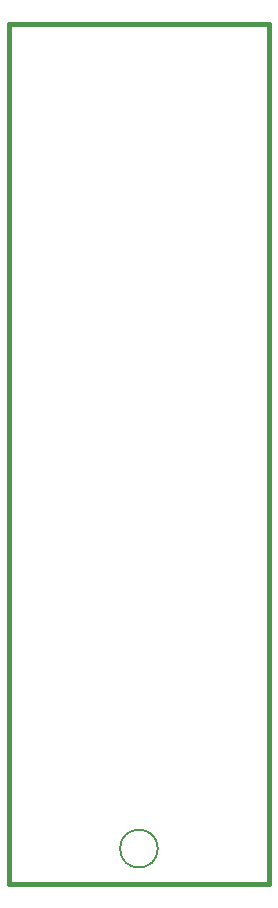
<source format=gm1>
%TF.GenerationSoftware,KiCad,Pcbnew,7.0.10*%
%TF.CreationDate,2024-06-11T23:19:59-07:00*%
%TF.ProjectId,NB002-NGP,4e423030-322d-44e4-9750-2e6b69636164,rev?*%
%TF.SameCoordinates,Original*%
%TF.FileFunction,Profile,NP*%
%FSLAX46Y46*%
G04 Gerber Fmt 4.6, Leading zero omitted, Abs format (unit mm)*
G04 Created by KiCad (PCBNEW 7.0.10) date 2024-06-11 23:19:59*
%MOMM*%
%LPD*%
G01*
G04 APERTURE LIST*
%TA.AperFunction,Profile*%
%ADD10C,0.400000*%
%TD*%
%TA.AperFunction,Profile*%
%ADD11C,0.150000*%
%TD*%
G04 APERTURE END LIST*
D10*
X114600000Y-73100000D02*
X136600000Y-73100000D01*
X136600000Y-145900000D01*
X114600000Y-145900000D01*
X114600000Y-73100000D01*
D11*
X127200000Y-142900000D02*
G75*
G03*
X124000000Y-142900000I-1600000J0D01*
G01*
X124000000Y-142900000D02*
G75*
G03*
X127200000Y-142900000I1600000J0D01*
G01*
M02*

</source>
